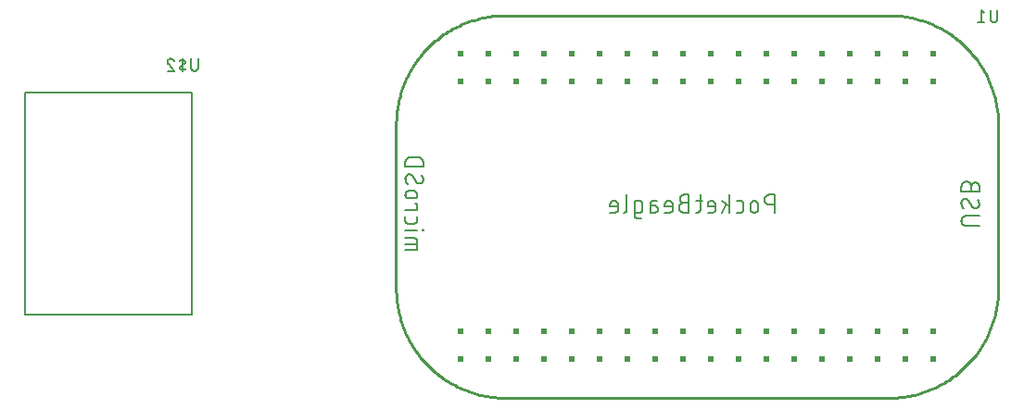
<source format=gbr>
G04 EAGLE Gerber RS-274X export*
G75*
%MOMM*%
%FSLAX34Y34*%
%LPD*%
%INSilkscreen Bottom*%
%IPPOS*%
%AMOC8*
5,1,8,0,0,1.08239X$1,22.5*%
G01*
%ADD10R,0.508000X0.508000*%
%ADD11C,0.254000*%
%ADD12C,0.152400*%
%ADD13C,0.127000*%


D10*
X893400Y187700D03*
X893400Y213100D03*
X868000Y213100D03*
X868000Y187700D03*
X842600Y213100D03*
X842600Y187700D03*
X817200Y213100D03*
X791800Y213100D03*
X766400Y213100D03*
X817200Y187700D03*
X791800Y187700D03*
X766400Y187700D03*
X741000Y213100D03*
X741000Y187700D03*
X715600Y213100D03*
X715600Y187700D03*
X690200Y213100D03*
X690200Y187700D03*
X664800Y213100D03*
X664800Y187700D03*
X639400Y213100D03*
X639400Y187700D03*
X614000Y213100D03*
X614000Y187700D03*
X588600Y213100D03*
X588600Y187700D03*
X563200Y213100D03*
X563200Y187700D03*
X537800Y213100D03*
X537800Y187700D03*
X512400Y213100D03*
X512400Y187700D03*
X487000Y213100D03*
X487000Y187700D03*
X461600Y213100D03*
X461600Y187700D03*
X893400Y441700D03*
X893400Y467100D03*
X868000Y467100D03*
X868000Y441700D03*
X842600Y467100D03*
X842600Y441700D03*
X817200Y467100D03*
X791800Y467100D03*
X766400Y467100D03*
X817200Y441700D03*
X791800Y441700D03*
X766400Y441700D03*
X741000Y467100D03*
X741000Y441700D03*
X715600Y467100D03*
X715600Y441700D03*
X690200Y467100D03*
X690200Y441700D03*
X664800Y467100D03*
X664800Y441700D03*
X639400Y467100D03*
X639400Y441700D03*
X614000Y467100D03*
X614000Y441700D03*
X588600Y467100D03*
X588600Y441700D03*
X563200Y467100D03*
X563200Y441700D03*
X537800Y467100D03*
X537800Y441700D03*
X512400Y467100D03*
X512400Y441700D03*
X487000Y467100D03*
X487000Y441700D03*
X461600Y467100D03*
X461600Y441700D03*
D11*
X502500Y502400D02*
X852500Y502400D01*
X854916Y502371D01*
X857331Y502283D01*
X859743Y502137D01*
X862151Y501933D01*
X864554Y501671D01*
X866949Y501351D01*
X869336Y500973D01*
X871713Y500537D01*
X874078Y500044D01*
X876432Y499494D01*
X878771Y498888D01*
X881095Y498225D01*
X883402Y497506D01*
X885691Y496731D01*
X887960Y495902D01*
X890209Y495017D01*
X892436Y494079D01*
X894640Y493087D01*
X896819Y492043D01*
X898972Y490946D01*
X901098Y489797D01*
X903196Y488597D01*
X905264Y487347D01*
X907301Y486047D01*
X909306Y484698D01*
X911279Y483302D01*
X913216Y481858D01*
X915119Y480367D01*
X916984Y478832D01*
X918812Y477251D01*
X920602Y475627D01*
X922351Y473960D01*
X924060Y472251D01*
X925727Y470502D01*
X927351Y468712D01*
X928932Y466884D01*
X930467Y465019D01*
X931958Y463116D01*
X933402Y461179D01*
X934798Y459206D01*
X936147Y457201D01*
X937447Y455164D01*
X938697Y453096D01*
X939897Y450998D01*
X941046Y448872D01*
X942143Y446719D01*
X943187Y444540D01*
X944179Y442336D01*
X945117Y440109D01*
X946002Y437860D01*
X946831Y435591D01*
X947606Y433302D01*
X948325Y430995D01*
X948988Y428671D01*
X949594Y426332D01*
X950144Y423978D01*
X950637Y421613D01*
X951073Y419236D01*
X951451Y416849D01*
X951771Y414454D01*
X952033Y412051D01*
X952237Y409643D01*
X952383Y407231D01*
X952471Y404816D01*
X952500Y402400D01*
X952500Y252400D01*
X952471Y249984D01*
X952383Y247569D01*
X952237Y245157D01*
X952033Y242749D01*
X951771Y240346D01*
X951451Y237951D01*
X951073Y235564D01*
X950637Y233187D01*
X950144Y230822D01*
X949594Y228468D01*
X948988Y226129D01*
X948325Y223805D01*
X947606Y221498D01*
X946831Y219209D01*
X946002Y216940D01*
X945117Y214691D01*
X944179Y212464D01*
X943187Y210260D01*
X942143Y208081D01*
X941046Y205928D01*
X939897Y203802D01*
X938697Y201704D01*
X937447Y199636D01*
X936147Y197599D01*
X934798Y195594D01*
X933402Y193621D01*
X931958Y191684D01*
X930467Y189781D01*
X928932Y187916D01*
X927351Y186088D01*
X925727Y184298D01*
X924060Y182549D01*
X922351Y180840D01*
X920602Y179173D01*
X918812Y177549D01*
X916984Y175968D01*
X915119Y174433D01*
X913216Y172942D01*
X911279Y171498D01*
X909306Y170102D01*
X907301Y168753D01*
X905264Y167453D01*
X903196Y166203D01*
X901098Y165003D01*
X898972Y163854D01*
X896819Y162757D01*
X894640Y161713D01*
X892436Y160721D01*
X890209Y159783D01*
X887960Y158898D01*
X885691Y158069D01*
X883402Y157294D01*
X881095Y156575D01*
X878771Y155912D01*
X876432Y155306D01*
X874078Y154756D01*
X871713Y154263D01*
X869336Y153827D01*
X866949Y153449D01*
X864554Y153129D01*
X862151Y152867D01*
X859743Y152663D01*
X857331Y152517D01*
X854916Y152429D01*
X852500Y152400D01*
X502500Y152400D01*
X500084Y152429D01*
X497669Y152517D01*
X495257Y152663D01*
X492849Y152867D01*
X490446Y153129D01*
X488051Y153449D01*
X485664Y153827D01*
X483287Y154263D01*
X480922Y154756D01*
X478568Y155306D01*
X476229Y155912D01*
X473905Y156575D01*
X471598Y157294D01*
X469309Y158069D01*
X467040Y158898D01*
X464791Y159783D01*
X462564Y160721D01*
X460360Y161713D01*
X458181Y162757D01*
X456028Y163854D01*
X453902Y165003D01*
X451804Y166203D01*
X449736Y167453D01*
X447699Y168753D01*
X445694Y170102D01*
X443721Y171498D01*
X441784Y172942D01*
X439881Y174433D01*
X438016Y175968D01*
X436188Y177549D01*
X434398Y179173D01*
X432649Y180840D01*
X430940Y182549D01*
X429273Y184298D01*
X427649Y186088D01*
X426068Y187916D01*
X424533Y189781D01*
X423042Y191684D01*
X421598Y193621D01*
X420202Y195594D01*
X418853Y197599D01*
X417553Y199636D01*
X416303Y201704D01*
X415103Y203802D01*
X413954Y205928D01*
X412857Y208081D01*
X411813Y210260D01*
X410821Y212464D01*
X409883Y214691D01*
X408998Y216940D01*
X408169Y219209D01*
X407394Y221498D01*
X406675Y223805D01*
X406012Y226129D01*
X405406Y228468D01*
X404856Y230822D01*
X404363Y233187D01*
X403927Y235564D01*
X403549Y237951D01*
X403229Y240346D01*
X402967Y242749D01*
X402763Y245157D01*
X402617Y247569D01*
X402529Y249984D01*
X402500Y252400D01*
X402500Y402400D01*
X402529Y404816D01*
X402617Y407231D01*
X402763Y409643D01*
X402967Y412051D01*
X403229Y414454D01*
X403549Y416849D01*
X403927Y419236D01*
X404363Y421613D01*
X404856Y423978D01*
X405406Y426332D01*
X406012Y428671D01*
X406675Y430995D01*
X407394Y433302D01*
X408169Y435591D01*
X408998Y437860D01*
X409883Y440109D01*
X410821Y442336D01*
X411813Y444540D01*
X412857Y446719D01*
X413954Y448872D01*
X415103Y450998D01*
X416303Y453096D01*
X417553Y455164D01*
X418853Y457201D01*
X420202Y459206D01*
X421598Y461179D01*
X423042Y463116D01*
X424533Y465019D01*
X426068Y466884D01*
X427649Y468712D01*
X429273Y470502D01*
X430940Y472251D01*
X432649Y473960D01*
X434398Y475627D01*
X436188Y477251D01*
X438016Y478832D01*
X439881Y480367D01*
X441784Y481858D01*
X443721Y483302D01*
X445694Y484698D01*
X447699Y486047D01*
X449736Y487347D01*
X451804Y488597D01*
X453902Y489797D01*
X456028Y490946D01*
X458181Y492043D01*
X460360Y493087D01*
X462564Y494079D01*
X464791Y495017D01*
X467040Y495902D01*
X469309Y496731D01*
X471598Y497506D01*
X473905Y498225D01*
X476229Y498888D01*
X478568Y499494D01*
X480922Y500044D01*
X483287Y500537D01*
X485664Y500973D01*
X488051Y501351D01*
X490446Y501671D01*
X492849Y501933D01*
X495257Y502137D01*
X497669Y502283D01*
X500084Y502371D01*
X502500Y502400D01*
D12*
X748181Y338328D02*
X748181Y322072D01*
X748181Y338328D02*
X743665Y338328D01*
X743532Y338326D01*
X743400Y338320D01*
X743268Y338310D01*
X743136Y338297D01*
X743004Y338279D01*
X742874Y338258D01*
X742743Y338233D01*
X742614Y338204D01*
X742486Y338171D01*
X742358Y338135D01*
X742232Y338095D01*
X742107Y338051D01*
X741983Y338003D01*
X741861Y337952D01*
X741740Y337897D01*
X741621Y337839D01*
X741503Y337777D01*
X741388Y337712D01*
X741274Y337643D01*
X741163Y337572D01*
X741054Y337496D01*
X740947Y337418D01*
X740842Y337337D01*
X740740Y337252D01*
X740640Y337165D01*
X740543Y337075D01*
X740448Y336982D01*
X740357Y336886D01*
X740268Y336788D01*
X740182Y336687D01*
X740099Y336583D01*
X740019Y336477D01*
X739943Y336369D01*
X739869Y336259D01*
X739799Y336146D01*
X739732Y336032D01*
X739669Y335915D01*
X739609Y335797D01*
X739552Y335677D01*
X739499Y335555D01*
X739450Y335432D01*
X739404Y335308D01*
X739362Y335182D01*
X739324Y335055D01*
X739289Y334927D01*
X739258Y334798D01*
X739231Y334669D01*
X739208Y334538D01*
X739188Y334407D01*
X739173Y334275D01*
X739161Y334143D01*
X739153Y334011D01*
X739149Y333878D01*
X739149Y333746D01*
X739153Y333613D01*
X739161Y333481D01*
X739173Y333349D01*
X739188Y333217D01*
X739208Y333086D01*
X739231Y332955D01*
X739258Y332826D01*
X739289Y332697D01*
X739324Y332569D01*
X739362Y332442D01*
X739404Y332316D01*
X739450Y332192D01*
X739499Y332069D01*
X739552Y331947D01*
X739609Y331827D01*
X739669Y331709D01*
X739732Y331592D01*
X739799Y331478D01*
X739869Y331365D01*
X739943Y331255D01*
X740019Y331147D01*
X740099Y331041D01*
X740182Y330937D01*
X740268Y330836D01*
X740357Y330738D01*
X740448Y330642D01*
X740543Y330549D01*
X740640Y330459D01*
X740740Y330372D01*
X740842Y330287D01*
X740947Y330206D01*
X741054Y330128D01*
X741163Y330052D01*
X741274Y329981D01*
X741388Y329912D01*
X741503Y329847D01*
X741621Y329785D01*
X741740Y329727D01*
X741861Y329672D01*
X741983Y329621D01*
X742107Y329573D01*
X742232Y329529D01*
X742358Y329489D01*
X742486Y329453D01*
X742614Y329420D01*
X742743Y329391D01*
X742874Y329366D01*
X743004Y329345D01*
X743136Y329327D01*
X743268Y329314D01*
X743400Y329304D01*
X743532Y329298D01*
X743665Y329296D01*
X743665Y329297D02*
X748181Y329297D01*
X733420Y329297D02*
X733420Y325684D01*
X733420Y329297D02*
X733418Y329416D01*
X733412Y329536D01*
X733402Y329655D01*
X733388Y329773D01*
X733371Y329892D01*
X733349Y330009D01*
X733324Y330126D01*
X733294Y330241D01*
X733261Y330356D01*
X733224Y330470D01*
X733184Y330582D01*
X733139Y330693D01*
X733091Y330802D01*
X733040Y330910D01*
X732985Y331016D01*
X732926Y331120D01*
X732864Y331222D01*
X732799Y331322D01*
X732730Y331420D01*
X732658Y331516D01*
X732583Y331609D01*
X732506Y331699D01*
X732425Y331787D01*
X732341Y331872D01*
X732254Y331954D01*
X732165Y332034D01*
X732073Y332110D01*
X731979Y332184D01*
X731882Y332254D01*
X731784Y332321D01*
X731683Y332385D01*
X731579Y332445D01*
X731474Y332502D01*
X731367Y332555D01*
X731259Y332605D01*
X731149Y332651D01*
X731037Y332693D01*
X730924Y332732D01*
X730810Y332767D01*
X730695Y332798D01*
X730578Y332826D01*
X730461Y332849D01*
X730344Y332869D01*
X730225Y332885D01*
X730106Y332897D01*
X729987Y332905D01*
X729868Y332909D01*
X729748Y332909D01*
X729629Y332905D01*
X729510Y332897D01*
X729391Y332885D01*
X729272Y332869D01*
X729155Y332849D01*
X729038Y332826D01*
X728921Y332798D01*
X728806Y332767D01*
X728692Y332732D01*
X728579Y332693D01*
X728467Y332651D01*
X728357Y332605D01*
X728249Y332555D01*
X728142Y332502D01*
X728037Y332445D01*
X727933Y332385D01*
X727832Y332321D01*
X727734Y332254D01*
X727637Y332184D01*
X727543Y332110D01*
X727451Y332034D01*
X727362Y331954D01*
X727275Y331872D01*
X727191Y331787D01*
X727110Y331699D01*
X727033Y331609D01*
X726958Y331516D01*
X726886Y331420D01*
X726817Y331322D01*
X726752Y331222D01*
X726690Y331120D01*
X726631Y331016D01*
X726576Y330910D01*
X726525Y330802D01*
X726477Y330693D01*
X726432Y330582D01*
X726392Y330470D01*
X726355Y330356D01*
X726322Y330241D01*
X726292Y330126D01*
X726267Y330009D01*
X726245Y329892D01*
X726228Y329773D01*
X726214Y329655D01*
X726204Y329536D01*
X726198Y329416D01*
X726196Y329297D01*
X726195Y329297D02*
X726195Y325684D01*
X726196Y325684D02*
X726198Y325565D01*
X726204Y325445D01*
X726214Y325326D01*
X726228Y325208D01*
X726245Y325089D01*
X726267Y324972D01*
X726292Y324855D01*
X726322Y324740D01*
X726355Y324625D01*
X726392Y324511D01*
X726432Y324399D01*
X726477Y324288D01*
X726525Y324179D01*
X726576Y324071D01*
X726631Y323965D01*
X726690Y323861D01*
X726752Y323759D01*
X726817Y323659D01*
X726886Y323561D01*
X726958Y323465D01*
X727033Y323372D01*
X727110Y323282D01*
X727191Y323194D01*
X727275Y323109D01*
X727362Y323027D01*
X727451Y322947D01*
X727543Y322871D01*
X727637Y322797D01*
X727734Y322727D01*
X727832Y322660D01*
X727933Y322596D01*
X728037Y322536D01*
X728142Y322479D01*
X728249Y322426D01*
X728357Y322376D01*
X728467Y322330D01*
X728579Y322288D01*
X728692Y322249D01*
X728806Y322214D01*
X728921Y322183D01*
X729038Y322155D01*
X729155Y322132D01*
X729272Y322112D01*
X729391Y322096D01*
X729510Y322084D01*
X729629Y322076D01*
X729748Y322072D01*
X729868Y322072D01*
X729987Y322076D01*
X730106Y322084D01*
X730225Y322096D01*
X730344Y322112D01*
X730461Y322132D01*
X730578Y322155D01*
X730695Y322183D01*
X730810Y322214D01*
X730924Y322249D01*
X731037Y322288D01*
X731149Y322330D01*
X731259Y322376D01*
X731367Y322426D01*
X731474Y322479D01*
X731579Y322536D01*
X731683Y322596D01*
X731784Y322660D01*
X731882Y322727D01*
X731979Y322797D01*
X732073Y322871D01*
X732165Y322947D01*
X732254Y323027D01*
X732341Y323109D01*
X732425Y323194D01*
X732506Y323282D01*
X732583Y323372D01*
X732658Y323465D01*
X732730Y323561D01*
X732799Y323659D01*
X732864Y323759D01*
X732926Y323861D01*
X732985Y323965D01*
X733040Y324071D01*
X733091Y324179D01*
X733139Y324288D01*
X733184Y324399D01*
X733224Y324511D01*
X733261Y324625D01*
X733294Y324740D01*
X733324Y324855D01*
X733349Y324972D01*
X733371Y325089D01*
X733388Y325208D01*
X733402Y325326D01*
X733412Y325445D01*
X733418Y325565D01*
X733420Y325684D01*
X717146Y322072D02*
X713534Y322072D01*
X717146Y322072D02*
X717247Y322074D01*
X717348Y322080D01*
X717449Y322089D01*
X717550Y322102D01*
X717650Y322119D01*
X717749Y322140D01*
X717847Y322164D01*
X717944Y322192D01*
X718041Y322224D01*
X718136Y322259D01*
X718229Y322298D01*
X718321Y322340D01*
X718412Y322386D01*
X718501Y322435D01*
X718587Y322487D01*
X718672Y322543D01*
X718755Y322601D01*
X718835Y322663D01*
X718913Y322728D01*
X718989Y322795D01*
X719062Y322865D01*
X719132Y322938D01*
X719199Y323014D01*
X719264Y323092D01*
X719326Y323172D01*
X719384Y323255D01*
X719440Y323340D01*
X719492Y323427D01*
X719541Y323515D01*
X719587Y323606D01*
X719629Y323698D01*
X719668Y323791D01*
X719703Y323886D01*
X719735Y323983D01*
X719763Y324080D01*
X719787Y324178D01*
X719808Y324277D01*
X719825Y324377D01*
X719838Y324478D01*
X719847Y324579D01*
X719853Y324680D01*
X719855Y324781D01*
X719856Y324781D02*
X719856Y330200D01*
X719855Y330200D02*
X719853Y330301D01*
X719847Y330402D01*
X719838Y330503D01*
X719825Y330604D01*
X719808Y330704D01*
X719787Y330803D01*
X719763Y330901D01*
X719735Y330998D01*
X719703Y331095D01*
X719668Y331190D01*
X719629Y331283D01*
X719587Y331375D01*
X719541Y331466D01*
X719492Y331555D01*
X719440Y331641D01*
X719384Y331726D01*
X719326Y331809D01*
X719264Y331889D01*
X719199Y331967D01*
X719132Y332043D01*
X719062Y332116D01*
X718989Y332186D01*
X718913Y332253D01*
X718835Y332318D01*
X718755Y332380D01*
X718672Y332438D01*
X718587Y332494D01*
X718501Y332546D01*
X718412Y332595D01*
X718321Y332641D01*
X718229Y332683D01*
X718136Y332722D01*
X718041Y332757D01*
X717944Y332789D01*
X717847Y332817D01*
X717749Y332841D01*
X717650Y332862D01*
X717550Y332879D01*
X717449Y332892D01*
X717348Y332901D01*
X717247Y332907D01*
X717146Y332909D01*
X713534Y332909D01*
X707200Y338328D02*
X707200Y322072D01*
X707200Y327491D02*
X699975Y332909D01*
X704039Y329748D02*
X699975Y322072D01*
X691633Y322072D02*
X687117Y322072D01*
X691633Y322072D02*
X691734Y322074D01*
X691835Y322080D01*
X691936Y322089D01*
X692037Y322102D01*
X692137Y322119D01*
X692236Y322140D01*
X692334Y322164D01*
X692431Y322192D01*
X692528Y322224D01*
X692623Y322259D01*
X692716Y322298D01*
X692808Y322340D01*
X692899Y322386D01*
X692988Y322435D01*
X693074Y322487D01*
X693159Y322543D01*
X693242Y322601D01*
X693322Y322663D01*
X693400Y322728D01*
X693476Y322795D01*
X693549Y322865D01*
X693619Y322938D01*
X693686Y323014D01*
X693751Y323092D01*
X693813Y323172D01*
X693871Y323255D01*
X693927Y323340D01*
X693979Y323427D01*
X694028Y323515D01*
X694074Y323606D01*
X694116Y323698D01*
X694155Y323791D01*
X694190Y323886D01*
X694222Y323983D01*
X694250Y324080D01*
X694274Y324178D01*
X694295Y324277D01*
X694312Y324377D01*
X694325Y324478D01*
X694334Y324579D01*
X694340Y324680D01*
X694342Y324781D01*
X694342Y329297D01*
X694340Y329416D01*
X694334Y329536D01*
X694324Y329655D01*
X694310Y329773D01*
X694293Y329892D01*
X694271Y330009D01*
X694246Y330126D01*
X694216Y330241D01*
X694183Y330356D01*
X694146Y330470D01*
X694106Y330582D01*
X694061Y330693D01*
X694013Y330802D01*
X693962Y330910D01*
X693907Y331016D01*
X693848Y331120D01*
X693786Y331222D01*
X693721Y331322D01*
X693652Y331420D01*
X693580Y331516D01*
X693505Y331609D01*
X693428Y331699D01*
X693347Y331787D01*
X693263Y331872D01*
X693176Y331954D01*
X693087Y332034D01*
X692995Y332110D01*
X692901Y332184D01*
X692804Y332254D01*
X692706Y332321D01*
X692605Y332385D01*
X692501Y332445D01*
X692396Y332502D01*
X692289Y332555D01*
X692181Y332605D01*
X692071Y332651D01*
X691959Y332693D01*
X691846Y332732D01*
X691732Y332767D01*
X691617Y332798D01*
X691500Y332826D01*
X691383Y332849D01*
X691266Y332869D01*
X691147Y332885D01*
X691028Y332897D01*
X690909Y332905D01*
X690790Y332909D01*
X690670Y332909D01*
X690551Y332905D01*
X690432Y332897D01*
X690313Y332885D01*
X690194Y332869D01*
X690077Y332849D01*
X689960Y332826D01*
X689843Y332798D01*
X689728Y332767D01*
X689614Y332732D01*
X689501Y332693D01*
X689389Y332651D01*
X689279Y332605D01*
X689171Y332555D01*
X689064Y332502D01*
X688959Y332445D01*
X688855Y332385D01*
X688754Y332321D01*
X688656Y332254D01*
X688559Y332184D01*
X688465Y332110D01*
X688373Y332034D01*
X688284Y331954D01*
X688197Y331872D01*
X688113Y331787D01*
X688032Y331699D01*
X687955Y331609D01*
X687880Y331516D01*
X687808Y331420D01*
X687739Y331322D01*
X687674Y331222D01*
X687612Y331120D01*
X687553Y331016D01*
X687498Y330910D01*
X687447Y330802D01*
X687399Y330693D01*
X687354Y330582D01*
X687314Y330470D01*
X687277Y330356D01*
X687244Y330241D01*
X687214Y330126D01*
X687189Y330009D01*
X687167Y329892D01*
X687150Y329773D01*
X687136Y329655D01*
X687126Y329536D01*
X687120Y329416D01*
X687118Y329297D01*
X687117Y329297D02*
X687117Y327491D01*
X694342Y327491D01*
X682092Y332909D02*
X676674Y332909D01*
X680286Y338328D02*
X680286Y324781D01*
X680284Y324680D01*
X680278Y324579D01*
X680269Y324478D01*
X680256Y324377D01*
X680239Y324277D01*
X680218Y324178D01*
X680194Y324080D01*
X680166Y323983D01*
X680134Y323886D01*
X680099Y323791D01*
X680060Y323698D01*
X680018Y323606D01*
X679972Y323515D01*
X679923Y323427D01*
X679871Y323340D01*
X679815Y323255D01*
X679757Y323172D01*
X679695Y323092D01*
X679630Y323014D01*
X679563Y322938D01*
X679493Y322865D01*
X679420Y322795D01*
X679344Y322728D01*
X679266Y322663D01*
X679186Y322601D01*
X679103Y322543D01*
X679018Y322487D01*
X678932Y322435D01*
X678843Y322386D01*
X678752Y322340D01*
X678660Y322298D01*
X678567Y322259D01*
X678472Y322224D01*
X678375Y322192D01*
X678278Y322164D01*
X678180Y322140D01*
X678081Y322119D01*
X677981Y322102D01*
X677880Y322089D01*
X677779Y322080D01*
X677678Y322074D01*
X677577Y322072D01*
X676674Y322072D01*
X670024Y331103D02*
X665509Y331103D01*
X665509Y331104D02*
X665376Y331102D01*
X665244Y331096D01*
X665112Y331086D01*
X664980Y331073D01*
X664848Y331055D01*
X664718Y331034D01*
X664587Y331009D01*
X664458Y330980D01*
X664330Y330947D01*
X664202Y330911D01*
X664076Y330871D01*
X663951Y330827D01*
X663827Y330779D01*
X663705Y330728D01*
X663584Y330673D01*
X663465Y330615D01*
X663347Y330553D01*
X663232Y330488D01*
X663118Y330419D01*
X663007Y330348D01*
X662898Y330272D01*
X662791Y330194D01*
X662686Y330113D01*
X662584Y330028D01*
X662484Y329941D01*
X662387Y329851D01*
X662292Y329758D01*
X662201Y329662D01*
X662112Y329564D01*
X662026Y329463D01*
X661943Y329359D01*
X661863Y329253D01*
X661787Y329145D01*
X661713Y329035D01*
X661643Y328922D01*
X661576Y328808D01*
X661513Y328691D01*
X661453Y328573D01*
X661396Y328453D01*
X661343Y328331D01*
X661294Y328208D01*
X661248Y328084D01*
X661206Y327958D01*
X661168Y327831D01*
X661133Y327703D01*
X661102Y327574D01*
X661075Y327445D01*
X661052Y327314D01*
X661032Y327183D01*
X661017Y327051D01*
X661005Y326919D01*
X660997Y326787D01*
X660993Y326654D01*
X660993Y326522D01*
X660997Y326389D01*
X661005Y326257D01*
X661017Y326125D01*
X661032Y325993D01*
X661052Y325862D01*
X661075Y325731D01*
X661102Y325602D01*
X661133Y325473D01*
X661168Y325345D01*
X661206Y325218D01*
X661248Y325092D01*
X661294Y324968D01*
X661343Y324845D01*
X661396Y324723D01*
X661453Y324603D01*
X661513Y324485D01*
X661576Y324368D01*
X661643Y324254D01*
X661713Y324141D01*
X661787Y324031D01*
X661863Y323923D01*
X661943Y323817D01*
X662026Y323713D01*
X662112Y323612D01*
X662201Y323514D01*
X662292Y323418D01*
X662387Y323325D01*
X662484Y323235D01*
X662584Y323148D01*
X662686Y323063D01*
X662791Y322982D01*
X662898Y322904D01*
X663007Y322828D01*
X663118Y322757D01*
X663232Y322688D01*
X663347Y322623D01*
X663465Y322561D01*
X663584Y322503D01*
X663705Y322448D01*
X663827Y322397D01*
X663951Y322349D01*
X664076Y322305D01*
X664202Y322265D01*
X664330Y322229D01*
X664458Y322196D01*
X664587Y322167D01*
X664718Y322142D01*
X664848Y322121D01*
X664980Y322103D01*
X665112Y322090D01*
X665244Y322080D01*
X665376Y322074D01*
X665509Y322072D01*
X670024Y322072D01*
X670024Y338328D01*
X665509Y338328D01*
X665390Y338326D01*
X665270Y338320D01*
X665151Y338310D01*
X665033Y338296D01*
X664914Y338279D01*
X664797Y338257D01*
X664680Y338232D01*
X664565Y338202D01*
X664450Y338169D01*
X664336Y338132D01*
X664224Y338092D01*
X664113Y338047D01*
X664004Y337999D01*
X663896Y337948D01*
X663790Y337893D01*
X663686Y337834D01*
X663584Y337772D01*
X663484Y337707D01*
X663386Y337638D01*
X663290Y337566D01*
X663197Y337491D01*
X663107Y337414D01*
X663019Y337333D01*
X662934Y337249D01*
X662852Y337162D01*
X662772Y337073D01*
X662696Y336981D01*
X662622Y336887D01*
X662552Y336790D01*
X662485Y336692D01*
X662421Y336591D01*
X662361Y336487D01*
X662304Y336382D01*
X662251Y336275D01*
X662201Y336167D01*
X662155Y336057D01*
X662113Y335945D01*
X662074Y335832D01*
X662039Y335718D01*
X662008Y335603D01*
X661980Y335486D01*
X661957Y335369D01*
X661937Y335252D01*
X661921Y335133D01*
X661909Y335014D01*
X661901Y334895D01*
X661897Y334776D01*
X661897Y334656D01*
X661901Y334537D01*
X661909Y334418D01*
X661921Y334299D01*
X661937Y334180D01*
X661957Y334063D01*
X661980Y333946D01*
X662008Y333829D01*
X662039Y333714D01*
X662074Y333600D01*
X662113Y333487D01*
X662155Y333375D01*
X662201Y333265D01*
X662251Y333157D01*
X662304Y333050D01*
X662361Y332945D01*
X662421Y332841D01*
X662485Y332740D01*
X662552Y332642D01*
X662622Y332545D01*
X662696Y332451D01*
X662772Y332359D01*
X662852Y332270D01*
X662934Y332183D01*
X663019Y332099D01*
X663107Y332018D01*
X663197Y331941D01*
X663290Y331866D01*
X663386Y331794D01*
X663484Y331725D01*
X663584Y331660D01*
X663686Y331598D01*
X663790Y331539D01*
X663896Y331484D01*
X664004Y331433D01*
X664113Y331385D01*
X664224Y331340D01*
X664336Y331300D01*
X664450Y331263D01*
X664565Y331230D01*
X664680Y331200D01*
X664797Y331175D01*
X664914Y331153D01*
X665033Y331136D01*
X665151Y331122D01*
X665270Y331112D01*
X665390Y331106D01*
X665509Y331104D01*
X652555Y322072D02*
X648039Y322072D01*
X652555Y322072D02*
X652656Y322074D01*
X652757Y322080D01*
X652858Y322089D01*
X652959Y322102D01*
X653059Y322119D01*
X653158Y322140D01*
X653256Y322164D01*
X653353Y322192D01*
X653450Y322224D01*
X653545Y322259D01*
X653638Y322298D01*
X653730Y322340D01*
X653821Y322386D01*
X653910Y322435D01*
X653996Y322487D01*
X654081Y322543D01*
X654164Y322601D01*
X654244Y322663D01*
X654322Y322728D01*
X654398Y322795D01*
X654471Y322865D01*
X654541Y322938D01*
X654608Y323014D01*
X654673Y323092D01*
X654735Y323172D01*
X654793Y323255D01*
X654849Y323340D01*
X654901Y323427D01*
X654950Y323515D01*
X654996Y323606D01*
X655038Y323698D01*
X655077Y323791D01*
X655112Y323886D01*
X655144Y323983D01*
X655172Y324080D01*
X655196Y324178D01*
X655217Y324277D01*
X655234Y324377D01*
X655247Y324478D01*
X655256Y324579D01*
X655262Y324680D01*
X655264Y324781D01*
X655264Y329297D01*
X655262Y329416D01*
X655256Y329536D01*
X655246Y329655D01*
X655232Y329773D01*
X655215Y329892D01*
X655193Y330009D01*
X655168Y330126D01*
X655138Y330241D01*
X655105Y330356D01*
X655068Y330470D01*
X655028Y330582D01*
X654983Y330693D01*
X654935Y330802D01*
X654884Y330910D01*
X654829Y331016D01*
X654770Y331120D01*
X654708Y331222D01*
X654643Y331322D01*
X654574Y331420D01*
X654502Y331516D01*
X654427Y331609D01*
X654350Y331699D01*
X654269Y331787D01*
X654185Y331872D01*
X654098Y331954D01*
X654009Y332034D01*
X653917Y332110D01*
X653823Y332184D01*
X653726Y332254D01*
X653628Y332321D01*
X653527Y332385D01*
X653423Y332445D01*
X653318Y332502D01*
X653211Y332555D01*
X653103Y332605D01*
X652993Y332651D01*
X652881Y332693D01*
X652768Y332732D01*
X652654Y332767D01*
X652539Y332798D01*
X652422Y332826D01*
X652305Y332849D01*
X652188Y332869D01*
X652069Y332885D01*
X651950Y332897D01*
X651831Y332905D01*
X651712Y332909D01*
X651592Y332909D01*
X651473Y332905D01*
X651354Y332897D01*
X651235Y332885D01*
X651116Y332869D01*
X650999Y332849D01*
X650882Y332826D01*
X650765Y332798D01*
X650650Y332767D01*
X650536Y332732D01*
X650423Y332693D01*
X650311Y332651D01*
X650201Y332605D01*
X650093Y332555D01*
X649986Y332502D01*
X649881Y332445D01*
X649777Y332385D01*
X649676Y332321D01*
X649578Y332254D01*
X649481Y332184D01*
X649387Y332110D01*
X649295Y332034D01*
X649206Y331954D01*
X649119Y331872D01*
X649035Y331787D01*
X648954Y331699D01*
X648877Y331609D01*
X648802Y331516D01*
X648730Y331420D01*
X648661Y331322D01*
X648596Y331222D01*
X648534Y331120D01*
X648475Y331016D01*
X648420Y330910D01*
X648369Y330802D01*
X648321Y330693D01*
X648276Y330582D01*
X648236Y330470D01*
X648199Y330356D01*
X648166Y330241D01*
X648136Y330126D01*
X648111Y330009D01*
X648089Y329892D01*
X648072Y329773D01*
X648058Y329655D01*
X648048Y329536D01*
X648042Y329416D01*
X648040Y329297D01*
X648039Y329297D02*
X648039Y327491D01*
X655264Y327491D01*
X638630Y328394D02*
X634566Y328394D01*
X638630Y328394D02*
X638742Y328392D01*
X638853Y328386D01*
X638964Y328376D01*
X639075Y328363D01*
X639185Y328345D01*
X639294Y328323D01*
X639403Y328298D01*
X639511Y328269D01*
X639617Y328236D01*
X639723Y328199D01*
X639827Y328159D01*
X639929Y328115D01*
X640030Y328067D01*
X640129Y328016D01*
X640227Y327961D01*
X640322Y327903D01*
X640415Y327842D01*
X640506Y327777D01*
X640595Y327709D01*
X640681Y327638D01*
X640764Y327565D01*
X640845Y327488D01*
X640924Y327408D01*
X640999Y327326D01*
X641071Y327241D01*
X641141Y327154D01*
X641207Y327064D01*
X641270Y326972D01*
X641330Y326877D01*
X641386Y326781D01*
X641439Y326683D01*
X641488Y326583D01*
X641534Y326481D01*
X641576Y326378D01*
X641615Y326273D01*
X641650Y326167D01*
X641681Y326060D01*
X641708Y325952D01*
X641732Y325843D01*
X641751Y325733D01*
X641767Y325623D01*
X641779Y325512D01*
X641787Y325400D01*
X641791Y325289D01*
X641791Y325177D01*
X641787Y325066D01*
X641779Y324954D01*
X641767Y324843D01*
X641751Y324733D01*
X641732Y324623D01*
X641708Y324514D01*
X641681Y324406D01*
X641650Y324299D01*
X641615Y324193D01*
X641576Y324088D01*
X641534Y323985D01*
X641488Y323883D01*
X641439Y323783D01*
X641386Y323685D01*
X641330Y323589D01*
X641270Y323494D01*
X641207Y323402D01*
X641141Y323312D01*
X641071Y323225D01*
X640999Y323140D01*
X640924Y323058D01*
X640845Y322978D01*
X640764Y322901D01*
X640681Y322828D01*
X640595Y322757D01*
X640506Y322689D01*
X640415Y322624D01*
X640322Y322563D01*
X640227Y322505D01*
X640129Y322450D01*
X640030Y322399D01*
X639929Y322351D01*
X639827Y322307D01*
X639723Y322267D01*
X639617Y322230D01*
X639511Y322197D01*
X639403Y322168D01*
X639294Y322143D01*
X639185Y322121D01*
X639075Y322103D01*
X638964Y322090D01*
X638853Y322080D01*
X638742Y322074D01*
X638630Y322072D01*
X634566Y322072D01*
X634566Y330200D01*
X634568Y330301D01*
X634574Y330402D01*
X634583Y330503D01*
X634596Y330604D01*
X634613Y330704D01*
X634634Y330803D01*
X634658Y330901D01*
X634686Y330998D01*
X634718Y331095D01*
X634753Y331190D01*
X634792Y331283D01*
X634834Y331375D01*
X634880Y331466D01*
X634929Y331555D01*
X634981Y331641D01*
X635037Y331726D01*
X635095Y331809D01*
X635157Y331889D01*
X635222Y331967D01*
X635289Y332043D01*
X635359Y332116D01*
X635432Y332186D01*
X635508Y332253D01*
X635586Y332318D01*
X635666Y332380D01*
X635749Y332438D01*
X635834Y332494D01*
X635921Y332546D01*
X636009Y332595D01*
X636100Y332641D01*
X636192Y332683D01*
X636285Y332722D01*
X636380Y332757D01*
X636477Y332789D01*
X636574Y332817D01*
X636672Y332841D01*
X636771Y332862D01*
X636871Y332879D01*
X636972Y332892D01*
X637073Y332901D01*
X637174Y332907D01*
X637275Y332909D01*
X640887Y332909D01*
X625013Y322072D02*
X620497Y322072D01*
X625013Y322072D02*
X625114Y322074D01*
X625215Y322080D01*
X625316Y322089D01*
X625417Y322102D01*
X625517Y322119D01*
X625616Y322140D01*
X625714Y322164D01*
X625811Y322192D01*
X625908Y322224D01*
X626003Y322259D01*
X626096Y322298D01*
X626188Y322340D01*
X626279Y322386D01*
X626368Y322435D01*
X626454Y322487D01*
X626539Y322543D01*
X626622Y322601D01*
X626702Y322663D01*
X626780Y322728D01*
X626856Y322795D01*
X626929Y322865D01*
X626999Y322938D01*
X627066Y323014D01*
X627131Y323092D01*
X627193Y323172D01*
X627251Y323255D01*
X627307Y323340D01*
X627359Y323427D01*
X627408Y323515D01*
X627454Y323606D01*
X627496Y323698D01*
X627535Y323791D01*
X627570Y323886D01*
X627602Y323983D01*
X627630Y324080D01*
X627654Y324178D01*
X627675Y324277D01*
X627692Y324377D01*
X627705Y324478D01*
X627714Y324579D01*
X627720Y324680D01*
X627722Y324781D01*
X627722Y330200D01*
X627720Y330301D01*
X627714Y330402D01*
X627705Y330503D01*
X627692Y330604D01*
X627675Y330704D01*
X627654Y330803D01*
X627630Y330901D01*
X627602Y330998D01*
X627570Y331095D01*
X627535Y331190D01*
X627496Y331283D01*
X627454Y331375D01*
X627408Y331466D01*
X627359Y331555D01*
X627307Y331641D01*
X627251Y331726D01*
X627193Y331809D01*
X627131Y331889D01*
X627066Y331967D01*
X626999Y332043D01*
X626929Y332116D01*
X626856Y332186D01*
X626780Y332253D01*
X626702Y332318D01*
X626622Y332380D01*
X626539Y332438D01*
X626454Y332494D01*
X626368Y332546D01*
X626279Y332595D01*
X626188Y332641D01*
X626096Y332683D01*
X626003Y332722D01*
X625908Y332757D01*
X625811Y332789D01*
X625714Y332817D01*
X625616Y332841D01*
X625517Y332862D01*
X625417Y332879D01*
X625316Y332892D01*
X625215Y332901D01*
X625114Y332907D01*
X625013Y332909D01*
X620497Y332909D01*
X620497Y319363D01*
X620498Y319363D02*
X620500Y319262D01*
X620506Y319161D01*
X620515Y319060D01*
X620528Y318959D01*
X620545Y318859D01*
X620566Y318760D01*
X620590Y318662D01*
X620618Y318565D01*
X620650Y318468D01*
X620685Y318373D01*
X620724Y318280D01*
X620766Y318188D01*
X620812Y318097D01*
X620861Y318009D01*
X620913Y317922D01*
X620969Y317837D01*
X621027Y317754D01*
X621089Y317674D01*
X621154Y317596D01*
X621221Y317520D01*
X621291Y317447D01*
X621364Y317377D01*
X621440Y317310D01*
X621518Y317245D01*
X621598Y317183D01*
X621681Y317125D01*
X621766Y317069D01*
X621853Y317017D01*
X621941Y316968D01*
X622032Y316922D01*
X622124Y316880D01*
X622217Y316841D01*
X622312Y316806D01*
X622409Y316774D01*
X622506Y316746D01*
X622604Y316722D01*
X622703Y316701D01*
X622803Y316684D01*
X622904Y316671D01*
X623005Y316662D01*
X623106Y316656D01*
X623207Y316654D01*
X623207Y316653D02*
X626819Y316653D01*
X613344Y324781D02*
X613344Y338328D01*
X613344Y324781D02*
X613342Y324680D01*
X613336Y324579D01*
X613327Y324478D01*
X613314Y324377D01*
X613297Y324277D01*
X613276Y324178D01*
X613252Y324080D01*
X613224Y323983D01*
X613192Y323886D01*
X613157Y323791D01*
X613118Y323698D01*
X613076Y323606D01*
X613030Y323515D01*
X612981Y323427D01*
X612929Y323340D01*
X612873Y323255D01*
X612815Y323172D01*
X612753Y323092D01*
X612688Y323014D01*
X612621Y322938D01*
X612551Y322865D01*
X612478Y322795D01*
X612402Y322728D01*
X612324Y322663D01*
X612244Y322601D01*
X612161Y322543D01*
X612076Y322487D01*
X611990Y322435D01*
X611901Y322386D01*
X611810Y322340D01*
X611718Y322298D01*
X611625Y322259D01*
X611530Y322224D01*
X611433Y322192D01*
X611336Y322164D01*
X611238Y322140D01*
X611139Y322119D01*
X611039Y322102D01*
X610938Y322089D01*
X610837Y322080D01*
X610736Y322074D01*
X610635Y322072D01*
X602535Y322072D02*
X598019Y322072D01*
X602535Y322072D02*
X602636Y322074D01*
X602737Y322080D01*
X602838Y322089D01*
X602939Y322102D01*
X603039Y322119D01*
X603138Y322140D01*
X603236Y322164D01*
X603333Y322192D01*
X603430Y322224D01*
X603525Y322259D01*
X603618Y322298D01*
X603710Y322340D01*
X603801Y322386D01*
X603890Y322435D01*
X603976Y322487D01*
X604061Y322543D01*
X604144Y322601D01*
X604224Y322663D01*
X604302Y322728D01*
X604378Y322795D01*
X604451Y322865D01*
X604521Y322938D01*
X604588Y323014D01*
X604653Y323092D01*
X604715Y323172D01*
X604773Y323255D01*
X604829Y323340D01*
X604881Y323427D01*
X604930Y323515D01*
X604976Y323606D01*
X605018Y323698D01*
X605057Y323791D01*
X605092Y323886D01*
X605124Y323983D01*
X605152Y324080D01*
X605176Y324178D01*
X605197Y324277D01*
X605214Y324377D01*
X605227Y324478D01*
X605236Y324579D01*
X605242Y324680D01*
X605244Y324781D01*
X605244Y329297D01*
X605242Y329416D01*
X605236Y329536D01*
X605226Y329655D01*
X605212Y329773D01*
X605195Y329892D01*
X605173Y330009D01*
X605148Y330126D01*
X605118Y330241D01*
X605085Y330356D01*
X605048Y330470D01*
X605008Y330582D01*
X604963Y330693D01*
X604915Y330802D01*
X604864Y330910D01*
X604809Y331016D01*
X604750Y331120D01*
X604688Y331222D01*
X604623Y331322D01*
X604554Y331420D01*
X604482Y331516D01*
X604407Y331609D01*
X604330Y331699D01*
X604249Y331787D01*
X604165Y331872D01*
X604078Y331954D01*
X603989Y332034D01*
X603897Y332110D01*
X603803Y332184D01*
X603706Y332254D01*
X603608Y332321D01*
X603507Y332385D01*
X603403Y332445D01*
X603298Y332502D01*
X603191Y332555D01*
X603083Y332605D01*
X602973Y332651D01*
X602861Y332693D01*
X602748Y332732D01*
X602634Y332767D01*
X602519Y332798D01*
X602402Y332826D01*
X602285Y332849D01*
X602168Y332869D01*
X602049Y332885D01*
X601930Y332897D01*
X601811Y332905D01*
X601692Y332909D01*
X601572Y332909D01*
X601453Y332905D01*
X601334Y332897D01*
X601215Y332885D01*
X601096Y332869D01*
X600979Y332849D01*
X600862Y332826D01*
X600745Y332798D01*
X600630Y332767D01*
X600516Y332732D01*
X600403Y332693D01*
X600291Y332651D01*
X600181Y332605D01*
X600073Y332555D01*
X599966Y332502D01*
X599861Y332445D01*
X599757Y332385D01*
X599656Y332321D01*
X599558Y332254D01*
X599461Y332184D01*
X599367Y332110D01*
X599275Y332034D01*
X599186Y331954D01*
X599099Y331872D01*
X599015Y331787D01*
X598934Y331699D01*
X598857Y331609D01*
X598782Y331516D01*
X598710Y331420D01*
X598641Y331322D01*
X598576Y331222D01*
X598514Y331120D01*
X598455Y331016D01*
X598400Y330910D01*
X598349Y330802D01*
X598301Y330693D01*
X598256Y330582D01*
X598216Y330470D01*
X598179Y330356D01*
X598146Y330241D01*
X598116Y330126D01*
X598091Y330009D01*
X598069Y329892D01*
X598052Y329773D01*
X598038Y329655D01*
X598028Y329536D01*
X598022Y329416D01*
X598020Y329297D01*
X598019Y329297D02*
X598019Y327491D01*
X605244Y327491D01*
X923488Y309948D02*
X935228Y309948D01*
X923488Y309947D02*
X923355Y309949D01*
X923223Y309955D01*
X923091Y309965D01*
X922959Y309978D01*
X922827Y309996D01*
X922697Y310017D01*
X922566Y310042D01*
X922437Y310071D01*
X922309Y310104D01*
X922181Y310140D01*
X922055Y310180D01*
X921930Y310224D01*
X921806Y310272D01*
X921684Y310323D01*
X921563Y310378D01*
X921444Y310436D01*
X921326Y310498D01*
X921211Y310563D01*
X921097Y310632D01*
X920986Y310703D01*
X920877Y310779D01*
X920770Y310857D01*
X920665Y310938D01*
X920563Y311023D01*
X920463Y311110D01*
X920366Y311200D01*
X920271Y311293D01*
X920180Y311389D01*
X920091Y311487D01*
X920005Y311588D01*
X919922Y311692D01*
X919842Y311798D01*
X919766Y311906D01*
X919692Y312016D01*
X919622Y312129D01*
X919555Y312243D01*
X919492Y312360D01*
X919432Y312478D01*
X919375Y312598D01*
X919322Y312720D01*
X919273Y312843D01*
X919227Y312967D01*
X919185Y313093D01*
X919147Y313220D01*
X919112Y313348D01*
X919081Y313477D01*
X919054Y313606D01*
X919031Y313737D01*
X919011Y313868D01*
X918996Y314000D01*
X918984Y314132D01*
X918976Y314264D01*
X918972Y314397D01*
X918972Y314529D01*
X918976Y314662D01*
X918984Y314794D01*
X918996Y314926D01*
X919011Y315058D01*
X919031Y315189D01*
X919054Y315320D01*
X919081Y315449D01*
X919112Y315578D01*
X919147Y315706D01*
X919185Y315833D01*
X919227Y315959D01*
X919273Y316083D01*
X919322Y316206D01*
X919375Y316328D01*
X919432Y316448D01*
X919492Y316566D01*
X919555Y316683D01*
X919622Y316797D01*
X919692Y316910D01*
X919766Y317020D01*
X919842Y317128D01*
X919922Y317234D01*
X920005Y317338D01*
X920091Y317439D01*
X920180Y317537D01*
X920271Y317633D01*
X920366Y317726D01*
X920463Y317816D01*
X920563Y317903D01*
X920665Y317988D01*
X920770Y318069D01*
X920877Y318147D01*
X920986Y318223D01*
X921097Y318294D01*
X921211Y318363D01*
X921326Y318428D01*
X921444Y318490D01*
X921563Y318548D01*
X921684Y318603D01*
X921806Y318654D01*
X921930Y318702D01*
X922055Y318746D01*
X922181Y318786D01*
X922309Y318822D01*
X922437Y318855D01*
X922566Y318884D01*
X922697Y318909D01*
X922827Y318930D01*
X922959Y318948D01*
X923091Y318961D01*
X923223Y318971D01*
X923355Y318977D01*
X923488Y318979D01*
X935228Y318979D01*
X922584Y334610D02*
X922466Y334608D01*
X922348Y334602D01*
X922230Y334593D01*
X922113Y334579D01*
X921996Y334562D01*
X921879Y334541D01*
X921764Y334516D01*
X921649Y334487D01*
X921535Y334454D01*
X921423Y334418D01*
X921312Y334378D01*
X921202Y334335D01*
X921093Y334288D01*
X920986Y334238D01*
X920881Y334183D01*
X920778Y334126D01*
X920677Y334065D01*
X920577Y334001D01*
X920480Y333934D01*
X920385Y333864D01*
X920293Y333790D01*
X920202Y333714D01*
X920115Y333634D01*
X920030Y333552D01*
X919948Y333467D01*
X919868Y333380D01*
X919792Y333289D01*
X919718Y333197D01*
X919648Y333102D01*
X919581Y333005D01*
X919517Y332905D01*
X919456Y332804D01*
X919399Y332701D01*
X919344Y332596D01*
X919294Y332489D01*
X919247Y332380D01*
X919204Y332270D01*
X919164Y332159D01*
X919128Y332047D01*
X919095Y331933D01*
X919066Y331818D01*
X919041Y331703D01*
X919020Y331586D01*
X919003Y331469D01*
X918989Y331352D01*
X918980Y331234D01*
X918974Y331116D01*
X918972Y330998D01*
X918974Y330815D01*
X918981Y330633D01*
X918992Y330451D01*
X919007Y330269D01*
X919027Y330087D01*
X919050Y329906D01*
X919079Y329726D01*
X919111Y329546D01*
X919148Y329367D01*
X919189Y329190D01*
X919235Y329013D01*
X919284Y328837D01*
X919338Y328663D01*
X919396Y328489D01*
X919458Y328318D01*
X919524Y328148D01*
X919595Y327979D01*
X919669Y327812D01*
X919747Y327647D01*
X919829Y327484D01*
X919915Y327323D01*
X920005Y327164D01*
X920099Y327007D01*
X920196Y326853D01*
X920297Y326701D01*
X920402Y326551D01*
X920510Y326404D01*
X920621Y326260D01*
X920736Y326118D01*
X920855Y325979D01*
X920977Y325843D01*
X921102Y325710D01*
X921230Y325580D01*
X931616Y326031D02*
X931734Y326033D01*
X931852Y326039D01*
X931970Y326048D01*
X932087Y326062D01*
X932204Y326079D01*
X932321Y326100D01*
X932436Y326125D01*
X932551Y326154D01*
X932665Y326187D01*
X932777Y326223D01*
X932888Y326263D01*
X932998Y326306D01*
X933107Y326353D01*
X933214Y326403D01*
X933319Y326458D01*
X933422Y326515D01*
X933523Y326576D01*
X933623Y326640D01*
X933720Y326707D01*
X933815Y326777D01*
X933907Y326851D01*
X933998Y326927D01*
X934085Y327007D01*
X934170Y327089D01*
X934252Y327174D01*
X934332Y327261D01*
X934408Y327352D01*
X934482Y327444D01*
X934552Y327539D01*
X934619Y327636D01*
X934683Y327736D01*
X934744Y327837D01*
X934802Y327940D01*
X934856Y328045D01*
X934906Y328152D01*
X934953Y328261D01*
X934997Y328371D01*
X935036Y328482D01*
X935072Y328595D01*
X935105Y328708D01*
X935134Y328823D01*
X935159Y328938D01*
X935180Y329055D01*
X935197Y329172D01*
X935211Y329289D01*
X935220Y329407D01*
X935226Y329525D01*
X935228Y329643D01*
X935226Y329804D01*
X935220Y329966D01*
X935211Y330127D01*
X935197Y330288D01*
X935180Y330448D01*
X935159Y330608D01*
X935134Y330768D01*
X935105Y330927D01*
X935073Y331085D01*
X935037Y331242D01*
X934997Y331398D01*
X934953Y331554D01*
X934905Y331708D01*
X934854Y331861D01*
X934800Y332013D01*
X934741Y332164D01*
X934680Y332313D01*
X934614Y332460D01*
X934545Y332606D01*
X934473Y332751D01*
X934397Y332893D01*
X934318Y333034D01*
X934236Y333173D01*
X934150Y333309D01*
X934061Y333444D01*
X933969Y333577D01*
X933873Y333707D01*
X928455Y327836D02*
X928517Y327735D01*
X928582Y327635D01*
X928651Y327538D01*
X928723Y327443D01*
X928797Y327350D01*
X928875Y327260D01*
X928956Y327172D01*
X929039Y327087D01*
X929125Y327005D01*
X929214Y326926D01*
X929305Y326849D01*
X929399Y326776D01*
X929495Y326705D01*
X929593Y326638D01*
X929693Y326574D01*
X929796Y326513D01*
X929900Y326456D01*
X930006Y326402D01*
X930114Y326352D01*
X930223Y326305D01*
X930334Y326261D01*
X930446Y326221D01*
X930560Y326185D01*
X930674Y326153D01*
X930790Y326124D01*
X930906Y326099D01*
X931023Y326078D01*
X931141Y326061D01*
X931259Y326047D01*
X931378Y326038D01*
X931497Y326032D01*
X931616Y326030D01*
X925745Y332804D02*
X925683Y332905D01*
X925618Y333005D01*
X925549Y333102D01*
X925477Y333197D01*
X925403Y333290D01*
X925325Y333380D01*
X925244Y333468D01*
X925161Y333553D01*
X925075Y333635D01*
X924986Y333714D01*
X924895Y333791D01*
X924801Y333864D01*
X924705Y333935D01*
X924607Y334002D01*
X924507Y334066D01*
X924404Y334127D01*
X924300Y334184D01*
X924194Y334238D01*
X924086Y334288D01*
X923977Y334335D01*
X923866Y334379D01*
X923754Y334419D01*
X923640Y334455D01*
X923526Y334487D01*
X923410Y334516D01*
X923294Y334541D01*
X923177Y334562D01*
X923059Y334579D01*
X922941Y334593D01*
X922822Y334602D01*
X922703Y334608D01*
X922584Y334610D01*
X925745Y332804D02*
X928455Y327837D01*
X928003Y341421D02*
X928003Y345937D01*
X928004Y345937D02*
X928002Y346070D01*
X927996Y346202D01*
X927986Y346334D01*
X927973Y346466D01*
X927955Y346598D01*
X927934Y346728D01*
X927909Y346859D01*
X927880Y346988D01*
X927847Y347116D01*
X927811Y347244D01*
X927771Y347370D01*
X927727Y347495D01*
X927679Y347619D01*
X927628Y347741D01*
X927573Y347862D01*
X927515Y347981D01*
X927453Y348099D01*
X927388Y348214D01*
X927319Y348328D01*
X927248Y348439D01*
X927172Y348548D01*
X927094Y348655D01*
X927013Y348760D01*
X926928Y348862D01*
X926841Y348962D01*
X926751Y349059D01*
X926658Y349154D01*
X926562Y349245D01*
X926464Y349334D01*
X926363Y349420D01*
X926259Y349503D01*
X926153Y349583D01*
X926045Y349659D01*
X925935Y349733D01*
X925822Y349803D01*
X925708Y349870D01*
X925591Y349933D01*
X925473Y349993D01*
X925353Y350050D01*
X925231Y350103D01*
X925108Y350152D01*
X924984Y350198D01*
X924858Y350240D01*
X924731Y350278D01*
X924603Y350313D01*
X924474Y350344D01*
X924345Y350371D01*
X924214Y350394D01*
X924083Y350414D01*
X923951Y350429D01*
X923819Y350441D01*
X923687Y350449D01*
X923554Y350453D01*
X923422Y350453D01*
X923289Y350449D01*
X923157Y350441D01*
X923025Y350429D01*
X922893Y350414D01*
X922762Y350394D01*
X922631Y350371D01*
X922502Y350344D01*
X922373Y350313D01*
X922245Y350278D01*
X922118Y350240D01*
X921992Y350198D01*
X921868Y350152D01*
X921745Y350103D01*
X921623Y350050D01*
X921503Y349993D01*
X921385Y349933D01*
X921268Y349870D01*
X921154Y349803D01*
X921041Y349733D01*
X920931Y349659D01*
X920823Y349583D01*
X920717Y349503D01*
X920613Y349420D01*
X920512Y349334D01*
X920414Y349245D01*
X920318Y349154D01*
X920225Y349059D01*
X920135Y348962D01*
X920048Y348862D01*
X919963Y348760D01*
X919882Y348655D01*
X919804Y348548D01*
X919728Y348439D01*
X919657Y348328D01*
X919588Y348214D01*
X919523Y348099D01*
X919461Y347981D01*
X919403Y347862D01*
X919348Y347741D01*
X919297Y347619D01*
X919249Y347495D01*
X919205Y347370D01*
X919165Y347244D01*
X919129Y347116D01*
X919096Y346988D01*
X919067Y346859D01*
X919042Y346728D01*
X919021Y346598D01*
X919003Y346466D01*
X918990Y346334D01*
X918980Y346202D01*
X918974Y346070D01*
X918972Y345937D01*
X918972Y341421D01*
X935228Y341421D01*
X935228Y345937D01*
X935226Y346056D01*
X935220Y346176D01*
X935210Y346295D01*
X935196Y346413D01*
X935179Y346532D01*
X935157Y346649D01*
X935132Y346766D01*
X935102Y346881D01*
X935069Y346996D01*
X935032Y347110D01*
X934992Y347222D01*
X934947Y347333D01*
X934899Y347442D01*
X934848Y347550D01*
X934793Y347656D01*
X934734Y347760D01*
X934672Y347862D01*
X934607Y347962D01*
X934538Y348060D01*
X934466Y348156D01*
X934391Y348249D01*
X934314Y348339D01*
X934233Y348427D01*
X934149Y348512D01*
X934062Y348594D01*
X933973Y348674D01*
X933881Y348750D01*
X933787Y348824D01*
X933690Y348894D01*
X933592Y348961D01*
X933491Y349025D01*
X933387Y349085D01*
X933282Y349142D01*
X933175Y349195D01*
X933067Y349245D01*
X932957Y349291D01*
X932845Y349333D01*
X932732Y349372D01*
X932618Y349407D01*
X932503Y349438D01*
X932386Y349466D01*
X932269Y349489D01*
X932152Y349509D01*
X932033Y349525D01*
X931914Y349537D01*
X931795Y349545D01*
X931676Y349549D01*
X931556Y349549D01*
X931437Y349545D01*
X931318Y349537D01*
X931199Y349525D01*
X931080Y349509D01*
X930963Y349489D01*
X930846Y349466D01*
X930729Y349438D01*
X930614Y349407D01*
X930500Y349372D01*
X930387Y349333D01*
X930275Y349291D01*
X930165Y349245D01*
X930057Y349195D01*
X929950Y349142D01*
X929845Y349085D01*
X929741Y349025D01*
X929640Y348961D01*
X929542Y348894D01*
X929445Y348824D01*
X929351Y348750D01*
X929259Y348674D01*
X929170Y348594D01*
X929083Y348512D01*
X928999Y348427D01*
X928918Y348339D01*
X928841Y348249D01*
X928766Y348156D01*
X928694Y348060D01*
X928625Y347962D01*
X928560Y347862D01*
X928498Y347760D01*
X928439Y347656D01*
X928384Y347550D01*
X928333Y347442D01*
X928285Y347333D01*
X928240Y347222D01*
X928200Y347110D01*
X928163Y346996D01*
X928130Y346881D01*
X928100Y346766D01*
X928075Y346649D01*
X928053Y346532D01*
X928036Y346413D01*
X928022Y346295D01*
X928012Y346176D01*
X928006Y346056D01*
X928004Y345937D01*
X421809Y287718D02*
X410972Y287718D01*
X421809Y287718D02*
X421809Y295846D01*
X421807Y295947D01*
X421801Y296048D01*
X421792Y296149D01*
X421779Y296250D01*
X421762Y296350D01*
X421741Y296449D01*
X421717Y296547D01*
X421689Y296644D01*
X421657Y296741D01*
X421622Y296836D01*
X421583Y296929D01*
X421541Y297021D01*
X421495Y297112D01*
X421446Y297201D01*
X421394Y297287D01*
X421338Y297372D01*
X421280Y297455D01*
X421218Y297535D01*
X421153Y297613D01*
X421086Y297689D01*
X421016Y297762D01*
X420943Y297832D01*
X420867Y297899D01*
X420789Y297964D01*
X420709Y298026D01*
X420626Y298084D01*
X420541Y298140D01*
X420455Y298192D01*
X420366Y298241D01*
X420275Y298287D01*
X420183Y298329D01*
X420090Y298368D01*
X419995Y298403D01*
X419898Y298435D01*
X419801Y298463D01*
X419703Y298487D01*
X419604Y298508D01*
X419504Y298525D01*
X419403Y298538D01*
X419302Y298547D01*
X419201Y298553D01*
X419100Y298555D01*
X410972Y298555D01*
X410972Y293137D02*
X421809Y293137D01*
X421809Y305642D02*
X410972Y305642D01*
X426325Y305190D02*
X427228Y305190D01*
X427228Y306093D01*
X426325Y306093D01*
X426325Y305190D01*
X410972Y314656D02*
X410972Y318268D01*
X410972Y314656D02*
X410974Y314555D01*
X410980Y314454D01*
X410989Y314353D01*
X411002Y314252D01*
X411019Y314152D01*
X411040Y314053D01*
X411064Y313955D01*
X411092Y313858D01*
X411124Y313761D01*
X411159Y313666D01*
X411198Y313573D01*
X411240Y313481D01*
X411286Y313390D01*
X411335Y313302D01*
X411387Y313215D01*
X411443Y313130D01*
X411501Y313047D01*
X411563Y312967D01*
X411628Y312889D01*
X411695Y312813D01*
X411765Y312740D01*
X411838Y312670D01*
X411914Y312603D01*
X411992Y312538D01*
X412072Y312476D01*
X412155Y312418D01*
X412240Y312362D01*
X412327Y312310D01*
X412415Y312261D01*
X412506Y312215D01*
X412598Y312173D01*
X412691Y312134D01*
X412786Y312099D01*
X412883Y312067D01*
X412980Y312039D01*
X413078Y312015D01*
X413177Y311994D01*
X413277Y311977D01*
X413378Y311964D01*
X413479Y311955D01*
X413580Y311949D01*
X413681Y311947D01*
X419100Y311947D01*
X419201Y311949D01*
X419302Y311955D01*
X419403Y311964D01*
X419504Y311977D01*
X419604Y311994D01*
X419703Y312015D01*
X419801Y312039D01*
X419898Y312067D01*
X419995Y312099D01*
X420090Y312134D01*
X420183Y312173D01*
X420275Y312215D01*
X420366Y312261D01*
X420455Y312310D01*
X420541Y312362D01*
X420626Y312418D01*
X420709Y312476D01*
X420789Y312538D01*
X420867Y312603D01*
X420943Y312670D01*
X421016Y312740D01*
X421086Y312813D01*
X421153Y312889D01*
X421218Y312967D01*
X421280Y313047D01*
X421338Y313130D01*
X421394Y313215D01*
X421446Y313302D01*
X421495Y313390D01*
X421541Y313481D01*
X421583Y313573D01*
X421622Y313666D01*
X421657Y313761D01*
X421689Y313858D01*
X421717Y313955D01*
X421741Y314053D01*
X421762Y314152D01*
X421779Y314252D01*
X421792Y314353D01*
X421801Y314454D01*
X421807Y314555D01*
X421809Y314656D01*
X421809Y318268D01*
X421809Y324519D02*
X410972Y324519D01*
X421809Y324519D02*
X421809Y329937D01*
X420003Y329937D01*
X418197Y334855D02*
X414584Y334855D01*
X418197Y334855D02*
X418316Y334857D01*
X418436Y334863D01*
X418555Y334873D01*
X418673Y334887D01*
X418792Y334904D01*
X418909Y334926D01*
X419026Y334951D01*
X419141Y334981D01*
X419256Y335014D01*
X419370Y335051D01*
X419482Y335091D01*
X419593Y335136D01*
X419702Y335184D01*
X419810Y335235D01*
X419916Y335290D01*
X420020Y335349D01*
X420122Y335411D01*
X420222Y335476D01*
X420320Y335545D01*
X420416Y335617D01*
X420509Y335692D01*
X420599Y335769D01*
X420687Y335850D01*
X420772Y335934D01*
X420854Y336021D01*
X420934Y336110D01*
X421010Y336202D01*
X421084Y336296D01*
X421154Y336393D01*
X421221Y336491D01*
X421285Y336592D01*
X421345Y336696D01*
X421402Y336801D01*
X421455Y336908D01*
X421505Y337016D01*
X421551Y337126D01*
X421593Y337238D01*
X421632Y337351D01*
X421667Y337465D01*
X421698Y337580D01*
X421726Y337697D01*
X421749Y337814D01*
X421769Y337931D01*
X421785Y338050D01*
X421797Y338169D01*
X421805Y338288D01*
X421809Y338407D01*
X421809Y338527D01*
X421805Y338646D01*
X421797Y338765D01*
X421785Y338884D01*
X421769Y339003D01*
X421749Y339120D01*
X421726Y339237D01*
X421698Y339354D01*
X421667Y339469D01*
X421632Y339583D01*
X421593Y339696D01*
X421551Y339808D01*
X421505Y339918D01*
X421455Y340026D01*
X421402Y340133D01*
X421345Y340238D01*
X421285Y340342D01*
X421221Y340443D01*
X421154Y340541D01*
X421084Y340638D01*
X421010Y340732D01*
X420934Y340824D01*
X420854Y340913D01*
X420772Y341000D01*
X420687Y341084D01*
X420599Y341165D01*
X420509Y341242D01*
X420416Y341317D01*
X420320Y341389D01*
X420222Y341458D01*
X420122Y341523D01*
X420020Y341585D01*
X419916Y341644D01*
X419810Y341699D01*
X419702Y341750D01*
X419593Y341798D01*
X419482Y341843D01*
X419370Y341883D01*
X419256Y341920D01*
X419141Y341953D01*
X419026Y341983D01*
X418909Y342008D01*
X418792Y342030D01*
X418673Y342047D01*
X418555Y342061D01*
X418436Y342071D01*
X418316Y342077D01*
X418197Y342079D01*
X418197Y342080D02*
X414584Y342080D01*
X414584Y342079D02*
X414465Y342077D01*
X414345Y342071D01*
X414226Y342061D01*
X414108Y342047D01*
X413989Y342030D01*
X413872Y342008D01*
X413755Y341983D01*
X413640Y341953D01*
X413525Y341920D01*
X413411Y341883D01*
X413299Y341843D01*
X413188Y341798D01*
X413079Y341750D01*
X412971Y341699D01*
X412865Y341644D01*
X412761Y341585D01*
X412659Y341523D01*
X412559Y341458D01*
X412461Y341389D01*
X412365Y341317D01*
X412272Y341242D01*
X412182Y341165D01*
X412094Y341084D01*
X412009Y341000D01*
X411927Y340913D01*
X411847Y340824D01*
X411771Y340732D01*
X411697Y340638D01*
X411627Y340541D01*
X411560Y340443D01*
X411496Y340342D01*
X411436Y340238D01*
X411379Y340133D01*
X411326Y340026D01*
X411276Y339918D01*
X411230Y339808D01*
X411188Y339696D01*
X411149Y339583D01*
X411114Y339469D01*
X411083Y339354D01*
X411055Y339237D01*
X411032Y339120D01*
X411012Y339003D01*
X410996Y338884D01*
X410984Y338765D01*
X410976Y338646D01*
X410972Y338527D01*
X410972Y338407D01*
X410976Y338288D01*
X410984Y338169D01*
X410996Y338050D01*
X411012Y337931D01*
X411032Y337814D01*
X411055Y337697D01*
X411083Y337580D01*
X411114Y337465D01*
X411149Y337351D01*
X411188Y337238D01*
X411230Y337126D01*
X411276Y337016D01*
X411326Y336908D01*
X411379Y336801D01*
X411436Y336696D01*
X411496Y336592D01*
X411560Y336491D01*
X411627Y336393D01*
X411697Y336296D01*
X411771Y336202D01*
X411847Y336110D01*
X411927Y336021D01*
X412009Y335934D01*
X412094Y335850D01*
X412182Y335769D01*
X412272Y335692D01*
X412365Y335617D01*
X412461Y335545D01*
X412559Y335476D01*
X412659Y335411D01*
X412761Y335349D01*
X412865Y335290D01*
X412971Y335235D01*
X413079Y335184D01*
X413188Y335136D01*
X413299Y335091D01*
X413411Y335051D01*
X413525Y335014D01*
X413640Y334981D01*
X413755Y334951D01*
X413872Y334926D01*
X413989Y334904D01*
X414108Y334887D01*
X414226Y334873D01*
X414345Y334863D01*
X414465Y334857D01*
X414584Y334855D01*
X410972Y353438D02*
X410974Y353556D01*
X410980Y353674D01*
X410989Y353792D01*
X411003Y353909D01*
X411020Y354026D01*
X411041Y354143D01*
X411066Y354258D01*
X411095Y354373D01*
X411128Y354487D01*
X411164Y354599D01*
X411204Y354710D01*
X411247Y354820D01*
X411294Y354929D01*
X411344Y355036D01*
X411399Y355141D01*
X411456Y355244D01*
X411517Y355345D01*
X411581Y355445D01*
X411648Y355542D01*
X411718Y355637D01*
X411792Y355729D01*
X411868Y355820D01*
X411948Y355907D01*
X412030Y355992D01*
X412115Y356074D01*
X412202Y356154D01*
X412293Y356230D01*
X412385Y356304D01*
X412480Y356374D01*
X412577Y356441D01*
X412677Y356505D01*
X412778Y356566D01*
X412881Y356623D01*
X412986Y356678D01*
X413093Y356728D01*
X413202Y356775D01*
X413312Y356818D01*
X413423Y356858D01*
X413535Y356894D01*
X413649Y356927D01*
X413764Y356956D01*
X413879Y356981D01*
X413996Y357002D01*
X414113Y357019D01*
X414230Y357033D01*
X414348Y357042D01*
X414466Y357048D01*
X414584Y357050D01*
X410972Y353438D02*
X410974Y353255D01*
X410981Y353073D01*
X410992Y352891D01*
X411007Y352709D01*
X411027Y352527D01*
X411050Y352346D01*
X411079Y352166D01*
X411111Y351986D01*
X411148Y351807D01*
X411189Y351630D01*
X411235Y351453D01*
X411284Y351277D01*
X411338Y351103D01*
X411396Y350929D01*
X411458Y350758D01*
X411524Y350588D01*
X411595Y350419D01*
X411669Y350252D01*
X411747Y350087D01*
X411829Y349924D01*
X411915Y349763D01*
X412005Y349604D01*
X412099Y349447D01*
X412196Y349293D01*
X412297Y349141D01*
X412402Y348991D01*
X412510Y348844D01*
X412621Y348700D01*
X412736Y348558D01*
X412855Y348419D01*
X412977Y348283D01*
X413102Y348150D01*
X413230Y348020D01*
X423616Y348472D02*
X423734Y348474D01*
X423852Y348480D01*
X423970Y348489D01*
X424087Y348503D01*
X424204Y348520D01*
X424321Y348541D01*
X424436Y348566D01*
X424551Y348595D01*
X424665Y348628D01*
X424777Y348664D01*
X424888Y348704D01*
X424998Y348747D01*
X425107Y348794D01*
X425214Y348844D01*
X425319Y348899D01*
X425422Y348956D01*
X425523Y349017D01*
X425623Y349081D01*
X425720Y349148D01*
X425815Y349218D01*
X425907Y349292D01*
X425998Y349368D01*
X426085Y349448D01*
X426170Y349530D01*
X426252Y349615D01*
X426332Y349702D01*
X426408Y349793D01*
X426482Y349885D01*
X426552Y349980D01*
X426619Y350077D01*
X426683Y350177D01*
X426744Y350278D01*
X426802Y350381D01*
X426856Y350486D01*
X426906Y350593D01*
X426953Y350702D01*
X426997Y350812D01*
X427036Y350923D01*
X427072Y351036D01*
X427105Y351149D01*
X427134Y351264D01*
X427159Y351379D01*
X427180Y351496D01*
X427197Y351613D01*
X427211Y351730D01*
X427220Y351848D01*
X427226Y351966D01*
X427228Y352084D01*
X427226Y352245D01*
X427220Y352407D01*
X427211Y352568D01*
X427197Y352729D01*
X427180Y352889D01*
X427159Y353049D01*
X427134Y353209D01*
X427105Y353368D01*
X427073Y353526D01*
X427037Y353683D01*
X426997Y353839D01*
X426953Y353995D01*
X426905Y354149D01*
X426854Y354302D01*
X426800Y354454D01*
X426741Y354605D01*
X426680Y354754D01*
X426614Y354901D01*
X426545Y355047D01*
X426473Y355192D01*
X426397Y355334D01*
X426318Y355475D01*
X426236Y355614D01*
X426150Y355750D01*
X426061Y355885D01*
X425969Y356018D01*
X425873Y356148D01*
X420455Y350277D02*
X420517Y350176D01*
X420582Y350076D01*
X420651Y349979D01*
X420723Y349884D01*
X420797Y349791D01*
X420875Y349701D01*
X420956Y349613D01*
X421039Y349528D01*
X421125Y349446D01*
X421214Y349367D01*
X421305Y349290D01*
X421399Y349217D01*
X421495Y349146D01*
X421593Y349079D01*
X421693Y349015D01*
X421796Y348954D01*
X421900Y348897D01*
X422006Y348843D01*
X422114Y348793D01*
X422223Y348746D01*
X422334Y348702D01*
X422446Y348662D01*
X422560Y348626D01*
X422674Y348594D01*
X422790Y348565D01*
X422906Y348540D01*
X423023Y348519D01*
X423141Y348502D01*
X423259Y348488D01*
X423378Y348479D01*
X423497Y348473D01*
X423616Y348471D01*
X417745Y355245D02*
X417683Y355346D01*
X417618Y355446D01*
X417549Y355543D01*
X417477Y355638D01*
X417403Y355731D01*
X417325Y355821D01*
X417244Y355909D01*
X417161Y355994D01*
X417075Y356076D01*
X416986Y356155D01*
X416895Y356232D01*
X416801Y356305D01*
X416705Y356376D01*
X416607Y356443D01*
X416507Y356507D01*
X416404Y356568D01*
X416300Y356625D01*
X416194Y356679D01*
X416086Y356729D01*
X415977Y356776D01*
X415866Y356820D01*
X415754Y356860D01*
X415640Y356896D01*
X415526Y356928D01*
X415410Y356957D01*
X415294Y356982D01*
X415177Y357003D01*
X415059Y357020D01*
X414941Y357034D01*
X414822Y357043D01*
X414703Y357049D01*
X414584Y357051D01*
X417745Y355245D02*
X420455Y350277D01*
X427228Y363651D02*
X410972Y363651D01*
X427228Y363651D02*
X427228Y368167D01*
X427226Y368298D01*
X427220Y368430D01*
X427211Y368561D01*
X427197Y368691D01*
X427180Y368822D01*
X427159Y368951D01*
X427135Y369080D01*
X427106Y369208D01*
X427074Y369336D01*
X427038Y369462D01*
X426999Y369587D01*
X426956Y369712D01*
X426909Y369834D01*
X426859Y369956D01*
X426805Y370076D01*
X426748Y370194D01*
X426687Y370310D01*
X426623Y370425D01*
X426556Y370538D01*
X426485Y370649D01*
X426411Y370757D01*
X426334Y370864D01*
X426254Y370968D01*
X426171Y371070D01*
X426086Y371169D01*
X425997Y371266D01*
X425905Y371360D01*
X425811Y371452D01*
X425714Y371541D01*
X425615Y371626D01*
X425513Y371709D01*
X425409Y371789D01*
X425302Y371866D01*
X425194Y371940D01*
X425083Y372011D01*
X424970Y372078D01*
X424855Y372142D01*
X424739Y372203D01*
X424621Y372260D01*
X424501Y372314D01*
X424379Y372364D01*
X424257Y372411D01*
X424132Y372454D01*
X424007Y372493D01*
X423881Y372529D01*
X423753Y372561D01*
X423625Y372590D01*
X423496Y372614D01*
X423367Y372635D01*
X423236Y372652D01*
X423106Y372666D01*
X422975Y372675D01*
X422843Y372681D01*
X422712Y372683D01*
X422712Y372682D02*
X415488Y372682D01*
X415488Y372683D02*
X415357Y372681D01*
X415225Y372675D01*
X415094Y372666D01*
X414964Y372652D01*
X414833Y372635D01*
X414704Y372614D01*
X414575Y372590D01*
X414447Y372561D01*
X414319Y372529D01*
X414193Y372493D01*
X414068Y372454D01*
X413943Y372411D01*
X413821Y372364D01*
X413699Y372314D01*
X413579Y372260D01*
X413461Y372203D01*
X413345Y372142D01*
X413230Y372078D01*
X413117Y372011D01*
X413006Y371940D01*
X412898Y371866D01*
X412791Y371789D01*
X412687Y371709D01*
X412585Y371626D01*
X412486Y371541D01*
X412389Y371452D01*
X412295Y371360D01*
X412203Y371266D01*
X412114Y371169D01*
X412029Y371070D01*
X411946Y370968D01*
X411866Y370864D01*
X411789Y370757D01*
X411715Y370649D01*
X411644Y370538D01*
X411577Y370425D01*
X411513Y370310D01*
X411452Y370194D01*
X411395Y370076D01*
X411341Y369956D01*
X411291Y369834D01*
X411244Y369712D01*
X411201Y369587D01*
X411162Y369462D01*
X411126Y369336D01*
X411094Y369208D01*
X411065Y369080D01*
X411041Y368951D01*
X411020Y368822D01*
X411003Y368691D01*
X410989Y368561D01*
X410980Y368430D01*
X410974Y368298D01*
X410972Y368167D01*
X410972Y363651D01*
X951738Y499166D02*
X951738Y507238D01*
X951738Y499166D02*
X951736Y499055D01*
X951730Y498945D01*
X951720Y498834D01*
X951706Y498724D01*
X951689Y498615D01*
X951667Y498506D01*
X951642Y498398D01*
X951612Y498292D01*
X951579Y498186D01*
X951542Y498081D01*
X951502Y497978D01*
X951457Y497877D01*
X951410Y497777D01*
X951358Y497678D01*
X951303Y497582D01*
X951245Y497488D01*
X951184Y497396D01*
X951119Y497306D01*
X951051Y497218D01*
X950980Y497133D01*
X950906Y497051D01*
X950829Y496971D01*
X950749Y496894D01*
X950667Y496820D01*
X950582Y496749D01*
X950494Y496681D01*
X950404Y496616D01*
X950312Y496555D01*
X950218Y496497D01*
X950122Y496442D01*
X950023Y496390D01*
X949923Y496343D01*
X949822Y496298D01*
X949719Y496258D01*
X949614Y496221D01*
X949508Y496188D01*
X949402Y496158D01*
X949294Y496133D01*
X949185Y496111D01*
X949076Y496094D01*
X948966Y496080D01*
X948855Y496070D01*
X948745Y496064D01*
X948634Y496062D01*
X948523Y496064D01*
X948413Y496070D01*
X948302Y496080D01*
X948192Y496094D01*
X948083Y496111D01*
X947974Y496133D01*
X947866Y496158D01*
X947760Y496188D01*
X947654Y496221D01*
X947549Y496258D01*
X947446Y496298D01*
X947345Y496343D01*
X947245Y496390D01*
X947146Y496442D01*
X947050Y496497D01*
X946956Y496555D01*
X946864Y496616D01*
X946774Y496681D01*
X946686Y496749D01*
X946601Y496820D01*
X946519Y496894D01*
X946439Y496971D01*
X946362Y497051D01*
X946288Y497133D01*
X946217Y497218D01*
X946149Y497306D01*
X946084Y497396D01*
X946023Y497488D01*
X945965Y497582D01*
X945910Y497678D01*
X945858Y497777D01*
X945811Y497877D01*
X945766Y497978D01*
X945726Y498081D01*
X945689Y498186D01*
X945656Y498292D01*
X945626Y498398D01*
X945601Y498506D01*
X945579Y498615D01*
X945562Y498724D01*
X945548Y498834D01*
X945538Y498945D01*
X945532Y499055D01*
X945530Y499166D01*
X945529Y499166D02*
X945529Y507238D01*
X939927Y504754D02*
X936823Y507238D01*
X936823Y496062D01*
X939927Y496062D02*
X933718Y496062D01*
D13*
X215900Y431800D02*
X215900Y228600D01*
X215900Y431800D02*
X63500Y431800D01*
X63500Y228600D01*
X215900Y228600D01*
D12*
X221488Y454716D02*
X221488Y462788D01*
X221488Y454716D02*
X221486Y454605D01*
X221480Y454495D01*
X221470Y454384D01*
X221456Y454274D01*
X221439Y454165D01*
X221417Y454056D01*
X221392Y453948D01*
X221362Y453842D01*
X221329Y453736D01*
X221292Y453631D01*
X221252Y453528D01*
X221207Y453427D01*
X221160Y453327D01*
X221108Y453228D01*
X221053Y453132D01*
X220995Y453038D01*
X220934Y452946D01*
X220869Y452856D01*
X220801Y452768D01*
X220730Y452683D01*
X220656Y452601D01*
X220579Y452521D01*
X220499Y452444D01*
X220417Y452370D01*
X220332Y452299D01*
X220244Y452231D01*
X220154Y452166D01*
X220062Y452105D01*
X219968Y452047D01*
X219872Y451992D01*
X219773Y451940D01*
X219673Y451893D01*
X219572Y451848D01*
X219469Y451808D01*
X219364Y451771D01*
X219258Y451738D01*
X219152Y451708D01*
X219044Y451683D01*
X218935Y451661D01*
X218826Y451644D01*
X218716Y451630D01*
X218605Y451620D01*
X218495Y451614D01*
X218384Y451612D01*
X218273Y451614D01*
X218163Y451620D01*
X218052Y451630D01*
X217942Y451644D01*
X217833Y451661D01*
X217724Y451683D01*
X217616Y451708D01*
X217510Y451738D01*
X217404Y451771D01*
X217299Y451808D01*
X217196Y451848D01*
X217095Y451893D01*
X216995Y451940D01*
X216896Y451992D01*
X216800Y452047D01*
X216706Y452105D01*
X216614Y452166D01*
X216524Y452231D01*
X216436Y452299D01*
X216351Y452370D01*
X216269Y452444D01*
X216189Y452521D01*
X216112Y452601D01*
X216038Y452683D01*
X215967Y452768D01*
X215899Y452856D01*
X215834Y452946D01*
X215773Y453038D01*
X215715Y453132D01*
X215660Y453228D01*
X215608Y453327D01*
X215561Y453427D01*
X215516Y453528D01*
X215476Y453631D01*
X215439Y453736D01*
X215406Y453842D01*
X215376Y453948D01*
X215351Y454056D01*
X215329Y454165D01*
X215312Y454274D01*
X215298Y454384D01*
X215288Y454495D01*
X215282Y454605D01*
X215280Y454716D01*
X215279Y454716D02*
X215279Y462788D01*
X207335Y462788D02*
X207335Y451612D01*
X207335Y457200D02*
X208887Y458131D01*
X208959Y458177D01*
X209028Y458225D01*
X209096Y458277D01*
X209160Y458331D01*
X209223Y458389D01*
X209282Y458449D01*
X209339Y458512D01*
X209393Y458577D01*
X209443Y458645D01*
X209491Y458715D01*
X209535Y458787D01*
X209576Y458862D01*
X209614Y458937D01*
X209648Y459015D01*
X209678Y459094D01*
X209705Y459174D01*
X209728Y459256D01*
X209748Y459338D01*
X209764Y459422D01*
X209775Y459505D01*
X209783Y459590D01*
X209787Y459674D01*
X209788Y459759D01*
X209784Y459844D01*
X209777Y459928D01*
X209765Y460012D01*
X209750Y460095D01*
X209731Y460178D01*
X209708Y460260D01*
X209682Y460340D01*
X209652Y460419D01*
X209618Y460497D01*
X209581Y460573D01*
X209541Y460648D01*
X209497Y460720D01*
X209449Y460790D01*
X209399Y460858D01*
X209346Y460924D01*
X209289Y460987D01*
X209230Y461048D01*
X209168Y461106D01*
X209104Y461161D01*
X209037Y461213D01*
X208968Y461262D01*
X208896Y461307D01*
X208823Y461350D01*
X208748Y461389D01*
X208671Y461424D01*
X208592Y461456D01*
X208512Y461484D01*
X208431Y461509D01*
X208349Y461530D01*
X208266Y461547D01*
X208266Y461546D02*
X208131Y461569D01*
X207996Y461587D01*
X207861Y461603D01*
X207725Y461614D01*
X207589Y461622D01*
X207452Y461625D01*
X207316Y461626D01*
X207179Y461622D01*
X207043Y461614D01*
X206907Y461603D01*
X206772Y461588D01*
X206637Y461569D01*
X206502Y461547D01*
X206368Y461520D01*
X206235Y461490D01*
X206103Y461457D01*
X205972Y461419D01*
X205842Y461379D01*
X205713Y461334D01*
X205585Y461286D01*
X205459Y461234D01*
X205334Y461179D01*
X205211Y461121D01*
X205089Y461059D01*
X204969Y460994D01*
X204851Y460925D01*
X207335Y457200D02*
X205782Y456269D01*
X205783Y456269D02*
X205711Y456223D01*
X205642Y456175D01*
X205574Y456123D01*
X205510Y456069D01*
X205447Y456011D01*
X205388Y455951D01*
X205331Y455888D01*
X205277Y455823D01*
X205227Y455755D01*
X205179Y455685D01*
X205135Y455613D01*
X205094Y455538D01*
X205056Y455463D01*
X205022Y455385D01*
X204992Y455306D01*
X204965Y455226D01*
X204942Y455144D01*
X204922Y455062D01*
X204906Y454978D01*
X204895Y454895D01*
X204887Y454810D01*
X204883Y454726D01*
X204882Y454641D01*
X204886Y454556D01*
X204893Y454472D01*
X204905Y454388D01*
X204920Y454305D01*
X204939Y454222D01*
X204962Y454140D01*
X204988Y454060D01*
X205018Y453981D01*
X205052Y453903D01*
X205089Y453827D01*
X205129Y453752D01*
X205173Y453680D01*
X205220Y453610D01*
X205271Y453542D01*
X205324Y453476D01*
X205381Y453413D01*
X205440Y453352D01*
X205502Y453294D01*
X205566Y453239D01*
X205633Y453187D01*
X205702Y453138D01*
X205774Y453093D01*
X205847Y453050D01*
X205922Y453012D01*
X205999Y452976D01*
X206078Y452944D01*
X206157Y452916D01*
X206239Y452891D01*
X206321Y452870D01*
X206404Y452853D01*
X206403Y452853D02*
X206537Y452830D01*
X206672Y452812D01*
X206808Y452796D01*
X206944Y452785D01*
X207080Y452777D01*
X207217Y452774D01*
X207353Y452773D01*
X207489Y452777D01*
X207626Y452785D01*
X207762Y452796D01*
X207897Y452811D01*
X208032Y452830D01*
X208167Y452852D01*
X208301Y452879D01*
X208434Y452909D01*
X208566Y452942D01*
X208697Y452980D01*
X208828Y453020D01*
X208957Y453065D01*
X209084Y453113D01*
X209211Y453165D01*
X209335Y453220D01*
X209459Y453278D01*
X209580Y453340D01*
X209700Y453405D01*
X209818Y453474D01*
X196356Y462788D02*
X196252Y462786D01*
X196147Y462780D01*
X196043Y462770D01*
X195940Y462757D01*
X195837Y462739D01*
X195734Y462718D01*
X195633Y462693D01*
X195532Y462664D01*
X195433Y462631D01*
X195335Y462595D01*
X195239Y462555D01*
X195144Y462511D01*
X195050Y462464D01*
X194959Y462414D01*
X194870Y462360D01*
X194782Y462303D01*
X194697Y462242D01*
X194614Y462178D01*
X194534Y462112D01*
X194456Y462042D01*
X194380Y461970D01*
X194308Y461894D01*
X194238Y461816D01*
X194172Y461736D01*
X194108Y461653D01*
X194047Y461568D01*
X193990Y461480D01*
X193936Y461391D01*
X193886Y461300D01*
X193839Y461206D01*
X193795Y461111D01*
X193755Y461015D01*
X193719Y460917D01*
X193686Y460818D01*
X193657Y460717D01*
X193632Y460616D01*
X193611Y460513D01*
X193593Y460410D01*
X193580Y460307D01*
X193570Y460203D01*
X193564Y460098D01*
X193562Y459994D01*
X196356Y462789D02*
X196475Y462787D01*
X196593Y462781D01*
X196712Y462771D01*
X196830Y462758D01*
X196947Y462740D01*
X197064Y462718D01*
X197180Y462693D01*
X197295Y462664D01*
X197410Y462631D01*
X197523Y462594D01*
X197634Y462554D01*
X197745Y462510D01*
X197853Y462462D01*
X197960Y462411D01*
X198066Y462356D01*
X198169Y462297D01*
X198271Y462236D01*
X198370Y462171D01*
X198468Y462102D01*
X198562Y462031D01*
X198655Y461956D01*
X198745Y461879D01*
X198832Y461798D01*
X198917Y461715D01*
X198999Y461629D01*
X199078Y461540D01*
X199154Y461449D01*
X199227Y461355D01*
X199296Y461259D01*
X199363Y461160D01*
X199426Y461060D01*
X199486Y460957D01*
X199543Y460853D01*
X199595Y460746D01*
X199645Y460638D01*
X199691Y460529D01*
X199733Y460417D01*
X199771Y460305D01*
X194493Y457821D02*
X194418Y457895D01*
X194346Y457972D01*
X194276Y458051D01*
X194209Y458133D01*
X194145Y458217D01*
X194084Y458303D01*
X194026Y458391D01*
X193971Y458482D01*
X193919Y458574D01*
X193871Y458668D01*
X193826Y458763D01*
X193784Y458861D01*
X193746Y458959D01*
X193711Y459059D01*
X193680Y459160D01*
X193653Y459262D01*
X193629Y459365D01*
X193608Y459468D01*
X193592Y459573D01*
X193579Y459678D01*
X193569Y459783D01*
X193564Y459888D01*
X193562Y459994D01*
X194494Y457821D02*
X199771Y451612D01*
X193562Y451612D01*
M02*

</source>
